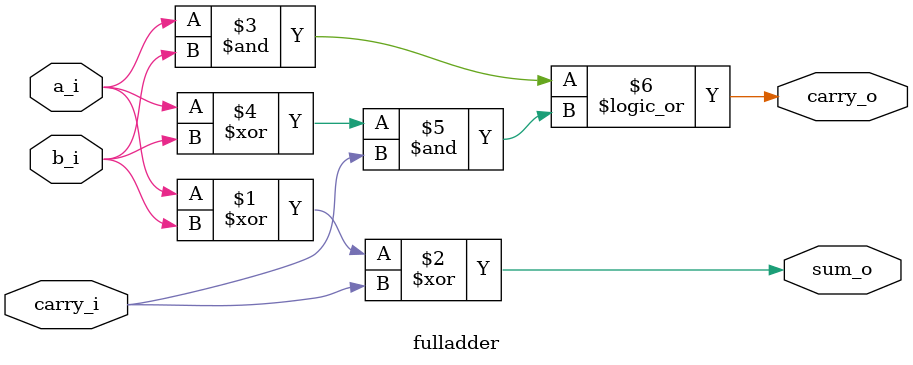
<source format=sv>
module fulladder(
 input  logic  a_i
,input  logic  b_i
,input  logic  carry_i
       
,output  logic  sum_o
,output  logic  carry_o
);
  assign sum_o = a_i ^ b_i ^ carry_i;
  assign carry_o = (a_i & b_i) || ((a_i ^ b_i) & carry_i);
endmodule
</source>
